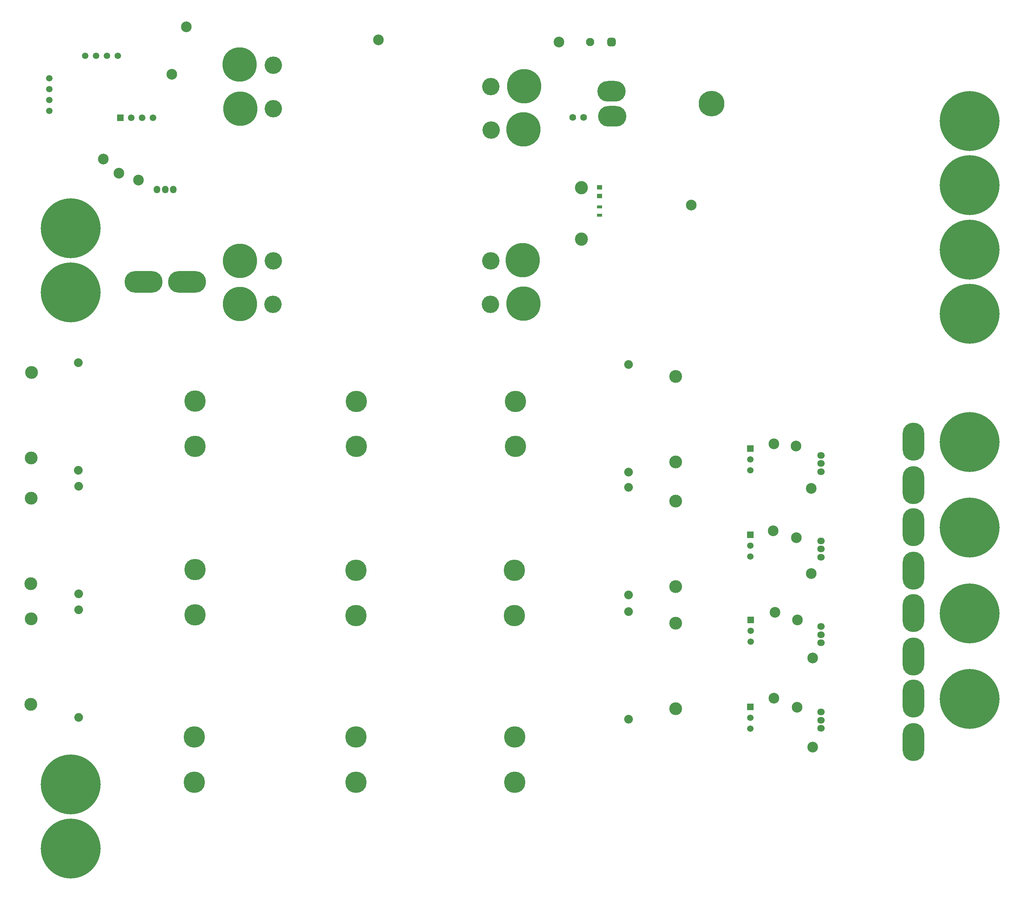
<source format=gbr>
%TF.GenerationSoftware,Altium Limited,Altium Designer,24.7.2 (38)*%
G04 Layer_Color=255*
%FSLAX43Y43*%
%MOMM*%
%TF.SameCoordinates,3DDE4B3C-03A5-4BC3-9972-2EF5A5DF1AA7*%
%TF.FilePolarity,Positive*%
%TF.FileFunction,Pads,Top*%
%TF.Part,Single*%
G01*
G75*
%TA.AperFunction,SMDPad,CuDef*%
%ADD15R,1.250X0.800*%
%ADD16R,1.200X1.100*%
%TA.AperFunction,ComponentPad*%
%ADD37C,5.000*%
%ADD38C,1.500*%
%ADD39R,1.500X1.500*%
%ADD40C,2.500*%
%ADD41O,1.778X1.524*%
%ADD42O,5.080X8.890*%
%ADD43C,14.000*%
%ADD44C,3.000*%
%ADD45C,8.000*%
%ADD46C,4.064*%
%ADD47C,2.032*%
%ADD48O,8.890X5.080*%
%ADD49O,1.524X1.778*%
%ADD50C,6.000*%
%ADD51O,6.600X4.826*%
%ADD52O,3.000X3.100*%
%ADD53C,1.600*%
%ADD54R,1.550X1.550*%
%ADD55C,1.550*%
%ADD56C,1.950*%
G04:AMPARAMS|DCode=57|XSize=1.95mm|YSize=1.95mm|CornerRadius=0.488mm|HoleSize=0mm|Usage=FLASHONLY|Rotation=180.000|XOffset=0mm|YOffset=0mm|HoleType=Round|Shape=RoundedRectangle|*
%AMROUNDEDRECTD57*
21,1,1.950,0.975,0,0,180.0*
21,1,0.975,1.950,0,0,180.0*
1,1,0.975,-0.488,0.488*
1,1,0.975,0.488,0.488*
1,1,0.975,0.488,-0.488*
1,1,0.975,-0.488,-0.488*
%
%ADD57ROUNDEDRECTD57*%
D15*
X138525Y168000D02*
D03*
Y170000D02*
D03*
D16*
X138525Y174567D02*
D03*
Y172467D02*
D03*
D37*
X44000Y124575D02*
D03*
Y114034D02*
D03*
X81710Y124514D02*
D03*
Y113973D02*
D03*
X118870Y124514D02*
D03*
X81590Y85034D02*
D03*
Y74493D02*
D03*
Y46091D02*
D03*
Y35550D02*
D03*
X118870Y113973D02*
D03*
X118600Y74493D02*
D03*
Y85034D02*
D03*
X118710Y35550D02*
D03*
Y46091D02*
D03*
X43850Y35525D02*
D03*
Y46066D02*
D03*
X44000Y74632D02*
D03*
Y85173D02*
D03*
D38*
X173700Y48025D02*
D03*
Y50565D02*
D03*
Y88250D02*
D03*
Y90790D02*
D03*
Y108401D02*
D03*
Y110941D02*
D03*
X173800Y68360D02*
D03*
Y70900D02*
D03*
X26015Y205300D02*
D03*
X23475D02*
D03*
X20935D02*
D03*
X18395D02*
D03*
X10000Y200000D02*
D03*
Y197460D02*
D03*
Y194920D02*
D03*
Y192380D02*
D03*
D39*
X173700Y53105D02*
D03*
Y93330D02*
D03*
Y113481D02*
D03*
X173800Y73440D02*
D03*
D40*
X179275Y55175D02*
D03*
X188275Y43725D02*
D03*
X184678Y53023D02*
D03*
X184729Y73475D02*
D03*
X179500Y75250D02*
D03*
X188325Y64555D02*
D03*
X188000Y84300D02*
D03*
X184425Y114050D02*
D03*
X187938Y104200D02*
D03*
X179275Y114625D02*
D03*
X179100Y94250D02*
D03*
X184450Y92675D02*
D03*
X159950Y170400D02*
D03*
X129050Y208500D02*
D03*
X38600Y200975D02*
D03*
X41975Y212025D02*
D03*
X86875Y209025D02*
D03*
X26250Y177825D02*
D03*
X30834Y176251D02*
D03*
X22622Y181128D02*
D03*
D41*
X190221Y48095D02*
D03*
Y50000D02*
D03*
Y51905D02*
D03*
Y68095D02*
D03*
Y70000D02*
D03*
Y71905D02*
D03*
Y88095D02*
D03*
Y90000D02*
D03*
Y91905D02*
D03*
Y108095D02*
D03*
Y110000D02*
D03*
Y111905D02*
D03*
D42*
X211811Y44920D02*
D03*
Y55080D02*
D03*
Y64920D02*
D03*
Y75080D02*
D03*
Y84920D02*
D03*
Y95080D02*
D03*
Y104920D02*
D03*
Y115080D02*
D03*
D43*
X225000Y175000D02*
D03*
Y95000D02*
D03*
Y75000D02*
D03*
Y115000D02*
D03*
Y55000D02*
D03*
Y160000D02*
D03*
Y190000D02*
D03*
Y145000D02*
D03*
X15000Y150000D02*
D03*
Y165000D02*
D03*
Y35000D02*
D03*
Y20000D02*
D03*
D44*
X156280Y52675D02*
D03*
X156330Y72650D02*
D03*
X156280Y110395D02*
D03*
X156330Y130370D02*
D03*
Y101190D02*
D03*
X156280Y81215D02*
D03*
X5815Y131230D02*
D03*
X5765Y111255D02*
D03*
X5725Y73700D02*
D03*
X5675Y53725D02*
D03*
X5765Y101880D02*
D03*
X5715Y81905D02*
D03*
D45*
X120872Y198132D02*
D03*
X120770Y188048D02*
D03*
X120592Y157543D02*
D03*
X120745Y147332D02*
D03*
X54451Y203212D02*
D03*
X54578Y192900D02*
D03*
X54527Y157314D02*
D03*
Y147231D02*
D03*
D46*
X113074Y147205D02*
D03*
X113125Y157365D02*
D03*
X113175Y187921D02*
D03*
X113125Y198081D02*
D03*
X62299Y203034D02*
D03*
X62350Y192900D02*
D03*
X62325Y157340D02*
D03*
X62274Y147154D02*
D03*
D47*
X145305Y133153D02*
D03*
Y108007D02*
D03*
Y75400D02*
D03*
Y50254D02*
D03*
Y104403D02*
D03*
Y79257D02*
D03*
X16790Y133586D02*
D03*
Y108440D02*
D03*
X16820Y75820D02*
D03*
Y50674D02*
D03*
Y104683D02*
D03*
Y79537D02*
D03*
D48*
X42160Y152419D02*
D03*
X32000D02*
D03*
D49*
X38985Y174009D02*
D03*
X37080D02*
D03*
X35175D02*
D03*
D50*
X164700Y194075D02*
D03*
D51*
X141332Y196996D02*
D03*
X141459Y191154D02*
D03*
D52*
X134275Y174450D02*
D03*
Y162450D02*
D03*
D53*
X132280Y190900D02*
D03*
X134820D02*
D03*
D54*
X26560Y190826D02*
D03*
D55*
X29100D02*
D03*
X31640D02*
D03*
X34180D02*
D03*
D56*
X136300Y208500D02*
D03*
D57*
X141300D02*
D03*
%TF.MD5,8fd193b130aecf1a834ebe538ea1fdcd*%
M02*

</source>
